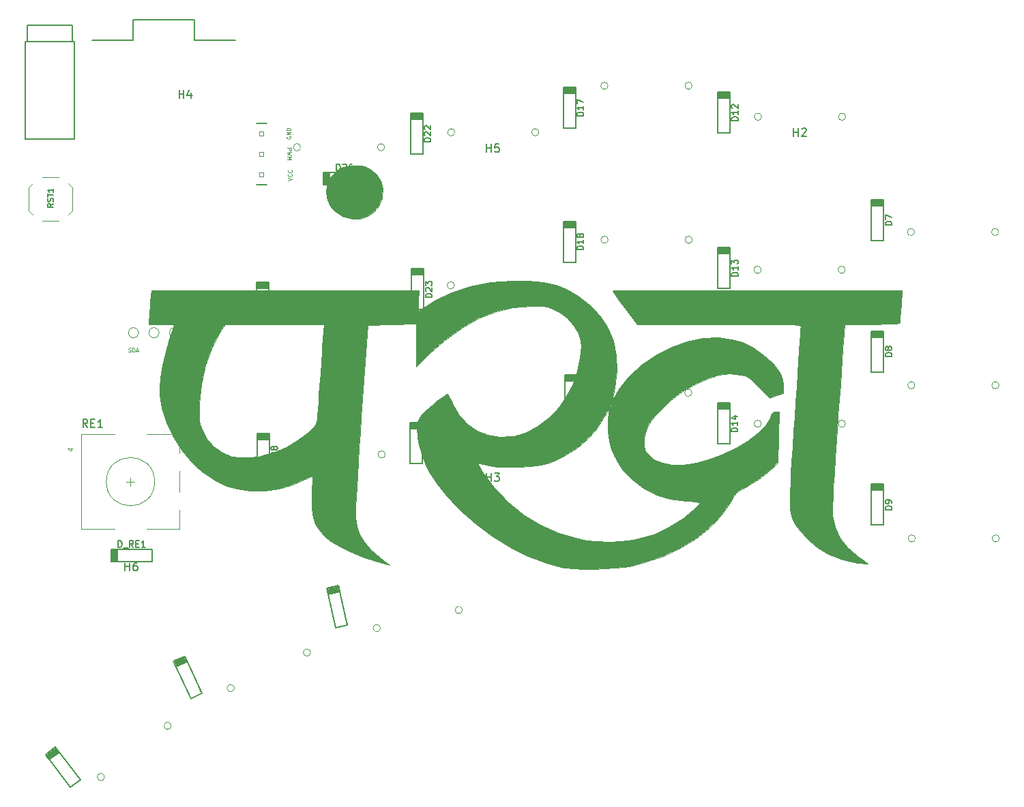
<source format=gbr>
%TF.GenerationSoftware,KiCad,Pcbnew,(5.1.7)-1*%
%TF.CreationDate,2021-07-11T12:46:22+05:30*%
%TF.ProjectId,Pankh,50616e6b-682e-46b6-9963-61645f706362,rev?*%
%TF.SameCoordinates,Original*%
%TF.FileFunction,Legend,Top*%
%TF.FilePolarity,Positive*%
%FSLAX46Y46*%
G04 Gerber Fmt 4.6, Leading zero omitted, Abs format (unit mm)*
G04 Created by KiCad (PCBNEW (5.1.7)-1) date 2021-07-11 12:46:22*
%MOMM*%
%LPD*%
G01*
G04 APERTURE LIST*
%ADD10C,0.125000*%
%ADD11C,0.010000*%
%ADD12C,0.150000*%
%ADD13C,0.120000*%
%ADD14C,0.066040*%
%ADD15C,0.203200*%
%ADD16C,0.100000*%
G04 APERTURE END LIST*
D10*
X123865167Y-68150892D02*
X124365167Y-67984226D01*
X123865167Y-67817559D01*
X124317548Y-67365178D02*
X124341357Y-67388987D01*
X124365167Y-67460416D01*
X124365167Y-67508035D01*
X124341357Y-67579464D01*
X124293738Y-67627083D01*
X124246119Y-67650892D01*
X124150881Y-67674702D01*
X124079453Y-67674702D01*
X123984215Y-67650892D01*
X123936596Y-67627083D01*
X123888977Y-67579464D01*
X123865167Y-67508035D01*
X123865167Y-67460416D01*
X123888977Y-67388987D01*
X123912786Y-67365178D01*
X124317548Y-66865178D02*
X124341357Y-66888987D01*
X124365167Y-66960416D01*
X124365167Y-67008035D01*
X124341357Y-67079464D01*
X124293738Y-67127083D01*
X124246119Y-67150892D01*
X124150881Y-67174702D01*
X124079453Y-67174702D01*
X123984215Y-67150892D01*
X123936596Y-67127083D01*
X123888977Y-67079464D01*
X123865167Y-67008035D01*
X123865167Y-66960416D01*
X123888977Y-66888987D01*
X123912786Y-66865178D01*
X123785787Y-64114848D02*
X124285787Y-64114848D01*
X124285787Y-64305324D01*
X124261978Y-64352943D01*
X124238168Y-64376752D01*
X124190549Y-64400562D01*
X124119120Y-64400562D01*
X124071501Y-64376752D01*
X124047692Y-64352943D01*
X124023882Y-64305324D01*
X124023882Y-64114848D01*
X124285787Y-64567229D02*
X123785787Y-64686276D01*
X124142930Y-64781514D01*
X123785787Y-64876752D01*
X124285787Y-64995800D01*
X123785787Y-65186276D02*
X124285787Y-65186276D01*
X123928644Y-65352943D01*
X124285787Y-65519609D01*
X123785787Y-65519609D01*
X123761977Y-62658179D02*
X123738167Y-62705798D01*
X123738167Y-62777227D01*
X123761977Y-62848655D01*
X123809596Y-62896274D01*
X123857215Y-62920084D01*
X123952453Y-62943893D01*
X124023881Y-62943893D01*
X124119119Y-62920084D01*
X124166738Y-62896274D01*
X124214357Y-62848655D01*
X124238167Y-62777227D01*
X124238167Y-62729607D01*
X124214357Y-62658179D01*
X124190548Y-62634369D01*
X124023881Y-62634369D01*
X124023881Y-62729607D01*
X124238167Y-62420084D02*
X123738167Y-62420084D01*
X124238167Y-62134369D01*
X123738167Y-62134369D01*
X124238167Y-61896274D02*
X123738167Y-61896274D01*
X123738167Y-61777227D01*
X123761977Y-61705798D01*
X123809596Y-61658179D01*
X123857215Y-61634369D01*
X123952453Y-61610560D01*
X124023881Y-61610560D01*
X124119119Y-61634369D01*
X124166738Y-61658179D01*
X124214357Y-61705798D01*
X124238167Y-61777227D01*
X124238167Y-61896274D01*
X104100835Y-89403608D02*
X104172263Y-89427418D01*
X104291311Y-89427418D01*
X104338930Y-89403608D01*
X104362739Y-89379799D01*
X104386549Y-89332180D01*
X104386549Y-89284561D01*
X104362739Y-89236942D01*
X104338930Y-89213132D01*
X104291311Y-89189323D01*
X104196073Y-89165513D01*
X104148454Y-89141704D01*
X104124644Y-89117894D01*
X104100835Y-89070275D01*
X104100835Y-89022656D01*
X104124644Y-88975037D01*
X104148454Y-88951228D01*
X104196073Y-88927418D01*
X104315120Y-88927418D01*
X104386549Y-88951228D01*
X104600835Y-89427418D02*
X104600835Y-88927418D01*
X104719882Y-88927418D01*
X104791311Y-88951228D01*
X104838930Y-88998847D01*
X104862739Y-89046466D01*
X104886549Y-89141704D01*
X104886549Y-89213132D01*
X104862739Y-89308370D01*
X104838930Y-89355989D01*
X104791311Y-89403608D01*
X104719882Y-89427418D01*
X104600835Y-89427418D01*
X105077025Y-89284561D02*
X105315120Y-89284561D01*
X105029406Y-89427418D02*
X105196073Y-88927418D01*
X105362739Y-89427418D01*
D11*
%TO.C,LOGO1*%
G36*
X132821030Y-66292968D02*
G01*
X133345781Y-66391404D01*
X133840152Y-66604632D01*
X134070996Y-66734445D01*
X134887151Y-67364617D01*
X135402924Y-68131687D01*
X135625508Y-69053658D01*
X135562097Y-70148528D01*
X135521291Y-70363310D01*
X135169281Y-71309637D01*
X134578172Y-72060199D01*
X133799593Y-72592933D01*
X132885172Y-72885776D01*
X131886540Y-72916664D01*
X130855324Y-72663533D01*
X130503797Y-72507521D01*
X129647479Y-71917052D01*
X129042746Y-71162009D01*
X128692988Y-70300414D01*
X128601595Y-69390287D01*
X128771957Y-68489648D01*
X129207464Y-67656518D01*
X129911505Y-66948918D01*
X130168809Y-66773979D01*
X130688357Y-66490926D01*
X131179913Y-66339277D01*
X131795139Y-66279981D01*
X132113115Y-66273344D01*
X132821030Y-66292968D01*
G37*
X132821030Y-66292968D02*
X133345781Y-66391404D01*
X133840152Y-66604632D01*
X134070996Y-66734445D01*
X134887151Y-67364617D01*
X135402924Y-68131687D01*
X135625508Y-69053658D01*
X135562097Y-70148528D01*
X135521291Y-70363310D01*
X135169281Y-71309637D01*
X134578172Y-72060199D01*
X133799593Y-72592933D01*
X132885172Y-72885776D01*
X131886540Y-72916664D01*
X130855324Y-72663533D01*
X130503797Y-72507521D01*
X129647479Y-71917052D01*
X129042746Y-71162009D01*
X128692988Y-70300414D01*
X128601595Y-69390287D01*
X128771957Y-68489648D01*
X129207464Y-67656518D01*
X129911505Y-66948918D01*
X130168809Y-66773979D01*
X130688357Y-66490926D01*
X131179913Y-66339277D01*
X131795139Y-66279981D01*
X132113115Y-66273344D01*
X132821030Y-66292968D01*
G36*
X199952193Y-83647057D02*
G01*
X199905736Y-84431068D01*
X199857652Y-85098697D01*
X199814085Y-85572104D01*
X199785169Y-85763723D01*
X199675034Y-85840301D01*
X199376172Y-85897585D01*
X198855499Y-85937601D01*
X198079933Y-85962374D01*
X197016391Y-85973931D01*
X196327912Y-85975390D01*
X192935931Y-85975390D01*
X192924728Y-86441057D01*
X192910605Y-86687898D01*
X192873650Y-87242623D01*
X192815993Y-88075369D01*
X192739768Y-89156274D01*
X192647108Y-90455477D01*
X192540143Y-91943116D01*
X192421007Y-93589328D01*
X192291833Y-95364252D01*
X192154752Y-97238026D01*
X192117613Y-97744057D01*
X191930867Y-100326465D01*
X191774177Y-102580254D01*
X191647053Y-104514090D01*
X191549007Y-106136639D01*
X191479551Y-107456568D01*
X191438195Y-108482543D01*
X191424450Y-109223232D01*
X191437830Y-109687301D01*
X191441806Y-109730368D01*
X191758865Y-111168154D01*
X192392471Y-112503897D01*
X193331393Y-113720732D01*
X194564399Y-114801794D01*
X195036517Y-115127569D01*
X195489802Y-115438936D01*
X195765979Y-115662135D01*
X195813581Y-115754797D01*
X195798517Y-115754888D01*
X195509670Y-115723079D01*
X195007036Y-115664602D01*
X194544598Y-115609522D01*
X192694278Y-115230045D01*
X190966389Y-114544071D01*
X189643795Y-113764056D01*
X189035671Y-113284791D01*
X188353364Y-112645227D01*
X187690699Y-111943013D01*
X187141501Y-111275793D01*
X186875517Y-110883043D01*
X186698896Y-110580727D01*
X186547832Y-110302367D01*
X186422110Y-110021609D01*
X186321509Y-109712102D01*
X186245813Y-109347493D01*
X186194804Y-108901429D01*
X186168263Y-108347558D01*
X186165973Y-107659526D01*
X186187716Y-106810982D01*
X186233274Y-105775573D01*
X186302428Y-104526947D01*
X186394961Y-103038750D01*
X186510656Y-101284630D01*
X186649293Y-99238234D01*
X186765167Y-97540168D01*
X186894624Y-95638958D01*
X187017042Y-93833187D01*
X187130484Y-92151940D01*
X187233014Y-90624300D01*
X187322694Y-89279351D01*
X187397588Y-88146178D01*
X187455758Y-87253864D01*
X187495269Y-86631493D01*
X187514183Y-86308148D01*
X187515577Y-86271723D01*
X187500490Y-86210135D01*
X187437751Y-86157697D01*
X187302276Y-86113677D01*
X187068981Y-86077344D01*
X186712781Y-86047965D01*
X186208592Y-86024809D01*
X185531330Y-86007142D01*
X184655912Y-85994233D01*
X183557253Y-85985351D01*
X182210268Y-85979761D01*
X180589875Y-85976734D01*
X178670988Y-85975535D01*
X177362480Y-85975390D01*
X167207695Y-85975390D01*
X165678480Y-83950297D01*
X165144465Y-83237323D01*
X164691725Y-82621813D01*
X164355894Y-82153089D01*
X164172601Y-81880469D01*
X164149264Y-81833630D01*
X164314928Y-81821211D01*
X164797240Y-81809288D01*
X165574184Y-81797973D01*
X166623741Y-81787380D01*
X167923893Y-81777619D01*
X169452624Y-81768804D01*
X171187915Y-81761047D01*
X173107749Y-81754460D01*
X175190108Y-81749155D01*
X177412975Y-81745245D01*
X179754331Y-81742842D01*
X182101603Y-81742057D01*
X200053942Y-81742057D01*
X199952193Y-83647057D01*
G37*
X199952193Y-83647057D02*
X199905736Y-84431068D01*
X199857652Y-85098697D01*
X199814085Y-85572104D01*
X199785169Y-85763723D01*
X199675034Y-85840301D01*
X199376172Y-85897585D01*
X198855499Y-85937601D01*
X198079933Y-85962374D01*
X197016391Y-85973931D01*
X196327912Y-85975390D01*
X192935931Y-85975390D01*
X192924728Y-86441057D01*
X192910605Y-86687898D01*
X192873650Y-87242623D01*
X192815993Y-88075369D01*
X192739768Y-89156274D01*
X192647108Y-90455477D01*
X192540143Y-91943116D01*
X192421007Y-93589328D01*
X192291833Y-95364252D01*
X192154752Y-97238026D01*
X192117613Y-97744057D01*
X191930867Y-100326465D01*
X191774177Y-102580254D01*
X191647053Y-104514090D01*
X191549007Y-106136639D01*
X191479551Y-107456568D01*
X191438195Y-108482543D01*
X191424450Y-109223232D01*
X191437830Y-109687301D01*
X191441806Y-109730368D01*
X191758865Y-111168154D01*
X192392471Y-112503897D01*
X193331393Y-113720732D01*
X194564399Y-114801794D01*
X195036517Y-115127569D01*
X195489802Y-115438936D01*
X195765979Y-115662135D01*
X195813581Y-115754797D01*
X195798517Y-115754888D01*
X195509670Y-115723079D01*
X195007036Y-115664602D01*
X194544598Y-115609522D01*
X192694278Y-115230045D01*
X190966389Y-114544071D01*
X189643795Y-113764056D01*
X189035671Y-113284791D01*
X188353364Y-112645227D01*
X187690699Y-111943013D01*
X187141501Y-111275793D01*
X186875517Y-110883043D01*
X186698896Y-110580727D01*
X186547832Y-110302367D01*
X186422110Y-110021609D01*
X186321509Y-109712102D01*
X186245813Y-109347493D01*
X186194804Y-108901429D01*
X186168263Y-108347558D01*
X186165973Y-107659526D01*
X186187716Y-106810982D01*
X186233274Y-105775573D01*
X186302428Y-104526947D01*
X186394961Y-103038750D01*
X186510656Y-101284630D01*
X186649293Y-99238234D01*
X186765167Y-97540168D01*
X186894624Y-95638958D01*
X187017042Y-93833187D01*
X187130484Y-92151940D01*
X187233014Y-90624300D01*
X187322694Y-89279351D01*
X187397588Y-88146178D01*
X187455758Y-87253864D01*
X187495269Y-86631493D01*
X187514183Y-86308148D01*
X187515577Y-86271723D01*
X187500490Y-86210135D01*
X187437751Y-86157697D01*
X187302276Y-86113677D01*
X187068981Y-86077344D01*
X186712781Y-86047965D01*
X186208592Y-86024809D01*
X185531330Y-86007142D01*
X184655912Y-85994233D01*
X183557253Y-85985351D01*
X182210268Y-85979761D01*
X180589875Y-85976734D01*
X178670988Y-85975535D01*
X177362480Y-85975390D01*
X167207695Y-85975390D01*
X165678480Y-83950297D01*
X165144465Y-83237323D01*
X164691725Y-82621813D01*
X164355894Y-82153089D01*
X164172601Y-81880469D01*
X164149264Y-81833630D01*
X164314928Y-81821211D01*
X164797240Y-81809288D01*
X165574184Y-81797973D01*
X166623741Y-81787380D01*
X167923893Y-81777619D01*
X169452624Y-81768804D01*
X171187915Y-81761047D01*
X173107749Y-81754460D01*
X175190108Y-81749155D01*
X177412975Y-81745245D01*
X179754331Y-81742842D01*
X182101603Y-81742057D01*
X200053942Y-81742057D01*
X199952193Y-83647057D01*
G36*
X153710590Y-80597129D02*
G01*
X155521505Y-80766918D01*
X157118823Y-81131706D01*
X158580970Y-81714985D01*
X159814534Y-82425294D01*
X161375578Y-83621367D01*
X162632846Y-84957803D01*
X163587530Y-86438266D01*
X164240819Y-88066418D01*
X164593905Y-89845923D01*
X164647978Y-91780443D01*
X164404229Y-93873642D01*
X164051052Y-95458057D01*
X164064526Y-95528188D01*
X164199943Y-95335429D01*
X164429865Y-94920830D01*
X164497449Y-94790162D01*
X164928843Y-94083290D01*
X165536094Y-93271073D01*
X166234974Y-92465082D01*
X166323113Y-92371866D01*
X167911680Y-90920006D01*
X169649376Y-89716001D01*
X171497296Y-88773868D01*
X173416535Y-88107623D01*
X175368189Y-87731282D01*
X177313354Y-87658861D01*
X178900485Y-87840629D01*
X180242830Y-88241419D01*
X181598219Y-88914512D01*
X182887439Y-89806353D01*
X184031279Y-90863384D01*
X184827424Y-91847900D01*
X185125248Y-92348739D01*
X185272352Y-92834371D01*
X185315514Y-93469479D01*
X185315931Y-93567648D01*
X185315931Y-94579554D01*
X184523766Y-94849472D01*
X184050946Y-95005594D01*
X183727614Y-95103061D01*
X183652743Y-95119390D01*
X183510702Y-95004893D01*
X183186346Y-94694606D01*
X182730552Y-94238333D01*
X182285908Y-93781360D01*
X181700269Y-93183700D01*
X181267055Y-92784521D01*
X180909965Y-92532541D01*
X180552702Y-92376480D01*
X180118964Y-92265058D01*
X179989896Y-92238220D01*
X178725848Y-92140849D01*
X177337298Y-92319796D01*
X175866579Y-92756661D01*
X174356025Y-93433040D01*
X172847972Y-94330532D01*
X171384754Y-95430735D01*
X170245264Y-96474057D01*
X169337032Y-97466319D01*
X168699589Y-98375087D01*
X168298510Y-99263637D01*
X168099374Y-100195244D01*
X168075798Y-100461851D01*
X168054791Y-101066836D01*
X168111242Y-101466108D01*
X168276970Y-101789532D01*
X168457468Y-102019533D01*
X169281878Y-102740986D01*
X170324861Y-103218895D01*
X171569495Y-103453102D01*
X172998856Y-103443451D01*
X174596024Y-103189784D01*
X176344076Y-102691943D01*
X177865264Y-102106919D01*
X179537268Y-101315176D01*
X180971831Y-100471655D01*
X182145375Y-99594576D01*
X183034319Y-98702154D01*
X183615083Y-97812609D01*
X183709885Y-97591426D01*
X183927818Y-97106338D01*
X184143286Y-96872958D01*
X184428218Y-96812723D01*
X184849162Y-96812723D01*
X184736289Y-99987723D01*
X184623415Y-103162723D01*
X183447588Y-104289050D01*
X182268750Y-105273201D01*
X181006868Y-106022742D01*
X180915807Y-106067050D01*
X180264503Y-106389630D01*
X179819979Y-106659584D01*
X179490242Y-106962565D01*
X179183302Y-107384223D01*
X178807165Y-108010211D01*
X178781458Y-108054302D01*
X177625268Y-109712517D01*
X176180162Y-111236246D01*
X174475669Y-112606273D01*
X172541321Y-113803380D01*
X170406646Y-114808353D01*
X168101175Y-115601975D01*
X166604598Y-115978227D01*
X165644581Y-116139593D01*
X164466905Y-116264565D01*
X163158767Y-116350703D01*
X161807367Y-116395572D01*
X160499904Y-116396735D01*
X159323576Y-116351753D01*
X158365583Y-116258190D01*
X158109214Y-116215666D01*
X155940682Y-115655603D01*
X153715676Y-114805494D01*
X151485345Y-113696406D01*
X149300837Y-112359403D01*
X147213300Y-110825551D01*
X145273883Y-109125917D01*
X143664126Y-107442215D01*
X142306696Y-105727977D01*
X141263129Y-104045208D01*
X140930645Y-103294673D01*
X147450870Y-103294673D01*
X147511243Y-103447160D01*
X147710554Y-103800456D01*
X147947427Y-104185301D01*
X149452705Y-106255070D01*
X151176999Y-108077051D01*
X153100268Y-109637885D01*
X155202474Y-110924211D01*
X157463578Y-111922670D01*
X159863540Y-112619901D01*
X160895595Y-112817656D01*
X162197630Y-112953699D01*
X163688454Y-112983850D01*
X165236481Y-112912007D01*
X166710123Y-112742071D01*
X167354989Y-112626274D01*
X169332092Y-112056661D01*
X171228704Y-111192269D01*
X172971503Y-110071130D01*
X174074948Y-109140464D01*
X174515979Y-108708222D01*
X174839676Y-108362133D01*
X174984186Y-108168866D01*
X174986598Y-108157812D01*
X174829160Y-108099802D01*
X174404002Y-108038252D01*
X173781855Y-107981681D01*
X173250344Y-107948747D01*
X171319429Y-107703198D01*
X169562168Y-107169434D01*
X167966135Y-106342205D01*
X166518904Y-105216260D01*
X166308040Y-105015576D01*
X165450161Y-104104528D01*
X164815476Y-103236589D01*
X164328158Y-102295867D01*
X164040052Y-101549101D01*
X163772895Y-100501660D01*
X163615977Y-99291398D01*
X163579781Y-98066427D01*
X163674789Y-96974860D01*
X163704843Y-96812723D01*
X163739007Y-96567220D01*
X163683387Y-96556487D01*
X163517968Y-96802734D01*
X163222736Y-97328170D01*
X163195836Y-97377553D01*
X162268880Y-98786133D01*
X161089597Y-100114641D01*
X159728452Y-101303754D01*
X158255911Y-102294151D01*
X156742440Y-103026513D01*
X156297366Y-103184954D01*
X155240797Y-103444077D01*
X153959359Y-103627558D01*
X152559342Y-103730685D01*
X151147033Y-103748744D01*
X149828720Y-103677021D01*
X148751373Y-103519568D01*
X148146593Y-103397525D01*
X147688581Y-103316779D01*
X147461172Y-103291829D01*
X147450870Y-103294673D01*
X140930645Y-103294673D01*
X140515491Y-102357527D01*
X140045845Y-100628559D01*
X139924084Y-99856867D01*
X139846057Y-98977241D01*
X139890475Y-98317326D01*
X140089494Y-97770424D01*
X140475270Y-97229836D01*
X140833434Y-96839548D01*
X141210764Y-96481767D01*
X141705013Y-96057574D01*
X142252852Y-95615511D01*
X142790953Y-95204119D01*
X143255989Y-94871941D01*
X143584632Y-94667520D01*
X143711698Y-94633297D01*
X143797015Y-94805347D01*
X143989763Y-95203321D01*
X144251393Y-95747554D01*
X144303709Y-95856743D01*
X145128678Y-97233519D01*
X146146810Y-98349638D01*
X147331314Y-99190859D01*
X148655401Y-99742943D01*
X150092280Y-99991650D01*
X151615163Y-99922740D01*
X151872598Y-99879901D01*
X153367296Y-99439344D01*
X154792083Y-98700722D01*
X156116120Y-97702375D01*
X157308573Y-96482642D01*
X157625721Y-96050723D01*
X163810598Y-96050723D01*
X163895264Y-96135390D01*
X163979931Y-96050723D01*
X163895264Y-95966057D01*
X163810598Y-96050723D01*
X157625721Y-96050723D01*
X158338603Y-95079863D01*
X159175375Y-93532378D01*
X159788051Y-91878527D01*
X160145796Y-90156648D01*
X160206877Y-89517730D01*
X160243745Y-88734395D01*
X160224222Y-88165374D01*
X160134081Y-87688950D01*
X159959094Y-87183404D01*
X159923710Y-87095224D01*
X159378170Y-86145082D01*
X158567510Y-85256937D01*
X157565136Y-84502523D01*
X156904857Y-84145134D01*
X156438856Y-83942311D01*
X156023431Y-83812684D01*
X155562437Y-83741776D01*
X154959733Y-83715108D01*
X154119176Y-83718201D01*
X154073931Y-83718812D01*
X151837869Y-83909636D01*
X149656620Y-84422128D01*
X147522899Y-85259664D01*
X145429419Y-86425619D01*
X143368895Y-87923371D01*
X141594061Y-89502146D01*
X139765264Y-91268992D01*
X139765264Y-85967575D01*
X136762619Y-86013816D01*
X133759973Y-86060057D01*
X132950737Y-97490057D01*
X132813820Y-99457553D01*
X132686673Y-101350467D01*
X132571098Y-103137678D01*
X132468896Y-104788066D01*
X132381867Y-106270510D01*
X132311813Y-107553890D01*
X132260534Y-108607085D01*
X132229831Y-109398974D01*
X132221505Y-109898438D01*
X132225628Y-110020690D01*
X132400931Y-111084418D01*
X132775347Y-112077322D01*
X133376906Y-113041672D01*
X134233638Y-114019742D01*
X135373571Y-115053804D01*
X135785931Y-115390020D01*
X136463264Y-115930900D01*
X135277931Y-115584219D01*
X133392672Y-114969805D01*
X131707172Y-114292544D01*
X130254785Y-113569350D01*
X129068862Y-112817136D01*
X128182757Y-112052815D01*
X128069489Y-111928774D01*
X127607797Y-111360992D01*
X127273727Y-110821837D01*
X127048909Y-110241131D01*
X126914974Y-109548696D01*
X126853552Y-108674354D01*
X126846276Y-107547927D01*
X126849955Y-107269664D01*
X126888647Y-104772605D01*
X126003289Y-105265633D01*
X124479482Y-105947611D01*
X122789554Y-106414754D01*
X121015490Y-106660141D01*
X119239272Y-106676849D01*
X117542881Y-106457957D01*
X116246251Y-106089431D01*
X114688274Y-105339961D01*
X113214467Y-104303193D01*
X111857337Y-103026532D01*
X110649396Y-101557384D01*
X109623150Y-99943153D01*
X108811110Y-98231245D01*
X108563454Y-97459273D01*
X112859228Y-97459273D01*
X112891996Y-97983566D01*
X112965952Y-98409916D01*
X113087977Y-98818354D01*
X113168445Y-99038964D01*
X113780964Y-100202552D01*
X114645833Y-101181086D01*
X115710943Y-101928366D01*
X116924184Y-102398192D01*
X116970064Y-102409372D01*
X117888819Y-102531784D01*
X119005713Y-102528116D01*
X120205896Y-102401648D01*
X120764736Y-102300999D01*
X122220595Y-101880808D01*
X123690012Y-101239989D01*
X125078830Y-100431427D01*
X126292891Y-99508007D01*
X127016736Y-98789456D01*
X127185244Y-98588744D01*
X127313273Y-98389211D01*
X127410319Y-98139026D01*
X127485876Y-97786361D01*
X127549441Y-97279388D01*
X127610509Y-96566278D01*
X127678577Y-95595201D01*
X127721899Y-94940555D01*
X127807713Y-93650838D01*
X127904155Y-92225154D01*
X128002250Y-90794722D01*
X128093022Y-89490761D01*
X128141092Y-88811723D01*
X128343648Y-85975390D01*
X116062846Y-85975390D01*
X115607486Y-86695057D01*
X114474586Y-88800681D01*
X113640372Y-91059922D01*
X113108773Y-93459626D01*
X112889739Y-95796723D01*
X112860769Y-96757003D01*
X112859228Y-97459273D01*
X108563454Y-97459273D01*
X108245784Y-96469065D01*
X107959682Y-94704019D01*
X107930597Y-93963376D01*
X108020082Y-92638021D01*
X108278895Y-91090266D01*
X108692578Y-89382170D01*
X109246671Y-87575792D01*
X109733437Y-86225721D01*
X109729488Y-86107977D01*
X109572505Y-86033171D01*
X109208470Y-85992374D01*
X108583362Y-85976659D01*
X108218727Y-85975390D01*
X106607955Y-85975390D01*
X106683895Y-84578390D01*
X106731618Y-83812711D01*
X106787645Y-83078408D01*
X106840893Y-82518770D01*
X106847592Y-82461723D01*
X106935349Y-81742057D01*
X140152324Y-81742057D01*
X140058932Y-83104617D01*
X140023329Y-83798669D01*
X140035985Y-84195827D01*
X140100199Y-84334869D01*
X140161735Y-84313020D01*
X142083170Y-83018494D01*
X144204073Y-81997654D01*
X146524434Y-81250505D01*
X149044243Y-80777049D01*
X151763489Y-80577289D01*
X153710590Y-80597129D01*
G37*
X153710590Y-80597129D02*
X155521505Y-80766918D01*
X157118823Y-81131706D01*
X158580970Y-81714985D01*
X159814534Y-82425294D01*
X161375578Y-83621367D01*
X162632846Y-84957803D01*
X163587530Y-86438266D01*
X164240819Y-88066418D01*
X164593905Y-89845923D01*
X164647978Y-91780443D01*
X164404229Y-93873642D01*
X164051052Y-95458057D01*
X164064526Y-95528188D01*
X164199943Y-95335429D01*
X164429865Y-94920830D01*
X164497449Y-94790162D01*
X164928843Y-94083290D01*
X165536094Y-93271073D01*
X166234974Y-92465082D01*
X166323113Y-92371866D01*
X167911680Y-90920006D01*
X169649376Y-89716001D01*
X171497296Y-88773868D01*
X173416535Y-88107623D01*
X175368189Y-87731282D01*
X177313354Y-87658861D01*
X178900485Y-87840629D01*
X180242830Y-88241419D01*
X181598219Y-88914512D01*
X182887439Y-89806353D01*
X184031279Y-90863384D01*
X184827424Y-91847900D01*
X185125248Y-92348739D01*
X185272352Y-92834371D01*
X185315514Y-93469479D01*
X185315931Y-93567648D01*
X185315931Y-94579554D01*
X184523766Y-94849472D01*
X184050946Y-95005594D01*
X183727614Y-95103061D01*
X183652743Y-95119390D01*
X183510702Y-95004893D01*
X183186346Y-94694606D01*
X182730552Y-94238333D01*
X182285908Y-93781360D01*
X181700269Y-93183700D01*
X181267055Y-92784521D01*
X180909965Y-92532541D01*
X180552702Y-92376480D01*
X180118964Y-92265058D01*
X179989896Y-92238220D01*
X178725848Y-92140849D01*
X177337298Y-92319796D01*
X175866579Y-92756661D01*
X174356025Y-93433040D01*
X172847972Y-94330532D01*
X171384754Y-95430735D01*
X170245264Y-96474057D01*
X169337032Y-97466319D01*
X168699589Y-98375087D01*
X168298510Y-99263637D01*
X168099374Y-100195244D01*
X168075798Y-100461851D01*
X168054791Y-101066836D01*
X168111242Y-101466108D01*
X168276970Y-101789532D01*
X168457468Y-102019533D01*
X169281878Y-102740986D01*
X170324861Y-103218895D01*
X171569495Y-103453102D01*
X172998856Y-103443451D01*
X174596024Y-103189784D01*
X176344076Y-102691943D01*
X177865264Y-102106919D01*
X179537268Y-101315176D01*
X180971831Y-100471655D01*
X182145375Y-99594576D01*
X183034319Y-98702154D01*
X183615083Y-97812609D01*
X183709885Y-97591426D01*
X183927818Y-97106338D01*
X184143286Y-96872958D01*
X184428218Y-96812723D01*
X184849162Y-96812723D01*
X184736289Y-99987723D01*
X184623415Y-103162723D01*
X183447588Y-104289050D01*
X182268750Y-105273201D01*
X181006868Y-106022742D01*
X180915807Y-106067050D01*
X180264503Y-106389630D01*
X179819979Y-106659584D01*
X179490242Y-106962565D01*
X179183302Y-107384223D01*
X178807165Y-108010211D01*
X178781458Y-108054302D01*
X177625268Y-109712517D01*
X176180162Y-111236246D01*
X174475669Y-112606273D01*
X172541321Y-113803380D01*
X170406646Y-114808353D01*
X168101175Y-115601975D01*
X166604598Y-115978227D01*
X165644581Y-116139593D01*
X164466905Y-116264565D01*
X163158767Y-116350703D01*
X161807367Y-116395572D01*
X160499904Y-116396735D01*
X159323576Y-116351753D01*
X158365583Y-116258190D01*
X158109214Y-116215666D01*
X155940682Y-115655603D01*
X153715676Y-114805494D01*
X151485345Y-113696406D01*
X149300837Y-112359403D01*
X147213300Y-110825551D01*
X145273883Y-109125917D01*
X143664126Y-107442215D01*
X142306696Y-105727977D01*
X141263129Y-104045208D01*
X140930645Y-103294673D01*
X147450870Y-103294673D01*
X147511243Y-103447160D01*
X147710554Y-103800456D01*
X147947427Y-104185301D01*
X149452705Y-106255070D01*
X151176999Y-108077051D01*
X153100268Y-109637885D01*
X155202474Y-110924211D01*
X157463578Y-111922670D01*
X159863540Y-112619901D01*
X160895595Y-112817656D01*
X162197630Y-112953699D01*
X163688454Y-112983850D01*
X165236481Y-112912007D01*
X166710123Y-112742071D01*
X167354989Y-112626274D01*
X169332092Y-112056661D01*
X171228704Y-111192269D01*
X172971503Y-110071130D01*
X174074948Y-109140464D01*
X174515979Y-108708222D01*
X174839676Y-108362133D01*
X174984186Y-108168866D01*
X174986598Y-108157812D01*
X174829160Y-108099802D01*
X174404002Y-108038252D01*
X173781855Y-107981681D01*
X173250344Y-107948747D01*
X171319429Y-107703198D01*
X169562168Y-107169434D01*
X167966135Y-106342205D01*
X166518904Y-105216260D01*
X166308040Y-105015576D01*
X165450161Y-104104528D01*
X164815476Y-103236589D01*
X164328158Y-102295867D01*
X164040052Y-101549101D01*
X163772895Y-100501660D01*
X163615977Y-99291398D01*
X163579781Y-98066427D01*
X163674789Y-96974860D01*
X163704843Y-96812723D01*
X163739007Y-96567220D01*
X163683387Y-96556487D01*
X163517968Y-96802734D01*
X163222736Y-97328170D01*
X163195836Y-97377553D01*
X162268880Y-98786133D01*
X161089597Y-100114641D01*
X159728452Y-101303754D01*
X158255911Y-102294151D01*
X156742440Y-103026513D01*
X156297366Y-103184954D01*
X155240797Y-103444077D01*
X153959359Y-103627558D01*
X152559342Y-103730685D01*
X151147033Y-103748744D01*
X149828720Y-103677021D01*
X148751373Y-103519568D01*
X148146593Y-103397525D01*
X147688581Y-103316779D01*
X147461172Y-103291829D01*
X147450870Y-103294673D01*
X140930645Y-103294673D01*
X140515491Y-102357527D01*
X140045845Y-100628559D01*
X139924084Y-99856867D01*
X139846057Y-98977241D01*
X139890475Y-98317326D01*
X140089494Y-97770424D01*
X140475270Y-97229836D01*
X140833434Y-96839548D01*
X141210764Y-96481767D01*
X141705013Y-96057574D01*
X142252852Y-95615511D01*
X142790953Y-95204119D01*
X143255989Y-94871941D01*
X143584632Y-94667520D01*
X143711698Y-94633297D01*
X143797015Y-94805347D01*
X143989763Y-95203321D01*
X144251393Y-95747554D01*
X144303709Y-95856743D01*
X145128678Y-97233519D01*
X146146810Y-98349638D01*
X147331314Y-99190859D01*
X148655401Y-99742943D01*
X150092280Y-99991650D01*
X151615163Y-99922740D01*
X151872598Y-99879901D01*
X153367296Y-99439344D01*
X154792083Y-98700722D01*
X156116120Y-97702375D01*
X157308573Y-96482642D01*
X157625721Y-96050723D01*
X163810598Y-96050723D01*
X163895264Y-96135390D01*
X163979931Y-96050723D01*
X163895264Y-95966057D01*
X163810598Y-96050723D01*
X157625721Y-96050723D01*
X158338603Y-95079863D01*
X159175375Y-93532378D01*
X159788051Y-91878527D01*
X160145796Y-90156648D01*
X160206877Y-89517730D01*
X160243745Y-88734395D01*
X160224222Y-88165374D01*
X160134081Y-87688950D01*
X159959094Y-87183404D01*
X159923710Y-87095224D01*
X159378170Y-86145082D01*
X158567510Y-85256937D01*
X157565136Y-84502523D01*
X156904857Y-84145134D01*
X156438856Y-83942311D01*
X156023431Y-83812684D01*
X155562437Y-83741776D01*
X154959733Y-83715108D01*
X154119176Y-83718201D01*
X154073931Y-83718812D01*
X151837869Y-83909636D01*
X149656620Y-84422128D01*
X147522899Y-85259664D01*
X145429419Y-86425619D01*
X143368895Y-87923371D01*
X141594061Y-89502146D01*
X139765264Y-91268992D01*
X139765264Y-85967575D01*
X136762619Y-86013816D01*
X133759973Y-86060057D01*
X132950737Y-97490057D01*
X132813820Y-99457553D01*
X132686673Y-101350467D01*
X132571098Y-103137678D01*
X132468896Y-104788066D01*
X132381867Y-106270510D01*
X132311813Y-107553890D01*
X132260534Y-108607085D01*
X132229831Y-109398974D01*
X132221505Y-109898438D01*
X132225628Y-110020690D01*
X132400931Y-111084418D01*
X132775347Y-112077322D01*
X133376906Y-113041672D01*
X134233638Y-114019742D01*
X135373571Y-115053804D01*
X135785931Y-115390020D01*
X136463264Y-115930900D01*
X135277931Y-115584219D01*
X133392672Y-114969805D01*
X131707172Y-114292544D01*
X130254785Y-113569350D01*
X129068862Y-112817136D01*
X128182757Y-112052815D01*
X128069489Y-111928774D01*
X127607797Y-111360992D01*
X127273727Y-110821837D01*
X127048909Y-110241131D01*
X126914974Y-109548696D01*
X126853552Y-108674354D01*
X126846276Y-107547927D01*
X126849955Y-107269664D01*
X126888647Y-104772605D01*
X126003289Y-105265633D01*
X124479482Y-105947611D01*
X122789554Y-106414754D01*
X121015490Y-106660141D01*
X119239272Y-106676849D01*
X117542881Y-106457957D01*
X116246251Y-106089431D01*
X114688274Y-105339961D01*
X113214467Y-104303193D01*
X111857337Y-103026532D01*
X110649396Y-101557384D01*
X109623150Y-99943153D01*
X108811110Y-98231245D01*
X108563454Y-97459273D01*
X112859228Y-97459273D01*
X112891996Y-97983566D01*
X112965952Y-98409916D01*
X113087977Y-98818354D01*
X113168445Y-99038964D01*
X113780964Y-100202552D01*
X114645833Y-101181086D01*
X115710943Y-101928366D01*
X116924184Y-102398192D01*
X116970064Y-102409372D01*
X117888819Y-102531784D01*
X119005713Y-102528116D01*
X120205896Y-102401648D01*
X120764736Y-102300999D01*
X122220595Y-101880808D01*
X123690012Y-101239989D01*
X125078830Y-100431427D01*
X126292891Y-99508007D01*
X127016736Y-98789456D01*
X127185244Y-98588744D01*
X127313273Y-98389211D01*
X127410319Y-98139026D01*
X127485876Y-97786361D01*
X127549441Y-97279388D01*
X127610509Y-96566278D01*
X127678577Y-95595201D01*
X127721899Y-94940555D01*
X127807713Y-93650838D01*
X127904155Y-92225154D01*
X128002250Y-90794722D01*
X128093022Y-89490761D01*
X128141092Y-88811723D01*
X128343648Y-85975390D01*
X116062846Y-85975390D01*
X115607486Y-86695057D01*
X114474586Y-88800681D01*
X113640372Y-91059922D01*
X113108773Y-93459626D01*
X112889739Y-95796723D01*
X112860769Y-96757003D01*
X112859228Y-97459273D01*
X108563454Y-97459273D01*
X108245784Y-96469065D01*
X107959682Y-94704019D01*
X107930597Y-93963376D01*
X108020082Y-92638021D01*
X108278895Y-91090266D01*
X108692578Y-89382170D01*
X109246671Y-87575792D01*
X109733437Y-86225721D01*
X109729488Y-86107977D01*
X109572505Y-86033171D01*
X109208470Y-85992374D01*
X108583362Y-85976659D01*
X108218727Y-85975390D01*
X106607955Y-85975390D01*
X106683895Y-84578390D01*
X106731618Y-83812711D01*
X106787645Y-83078408D01*
X106840893Y-82518770D01*
X106847592Y-82461723D01*
X106935349Y-81742057D01*
X140152324Y-81742057D01*
X140058932Y-83104617D01*
X140023329Y-83798669D01*
X140035985Y-84195827D01*
X140100199Y-84334869D01*
X140161735Y-84313020D01*
X142083170Y-83018494D01*
X144204073Y-81997654D01*
X146524434Y-81250505D01*
X149044243Y-80777049D01*
X151763489Y-80577289D01*
X153710590Y-80597129D01*
D12*
%TO.C,U1*%
X112277177Y-50732930D02*
X117357177Y-50732930D01*
X112277177Y-48192930D02*
X112277177Y-50732930D01*
X104657177Y-48192930D02*
X112277177Y-48192930D01*
X104657177Y-50732930D02*
X104657177Y-48192930D01*
X99577177Y-50732930D02*
X104657177Y-50732930D01*
D13*
%TO.C,RE1*%
X107333977Y-105544227D02*
G75*
G03*
X107333977Y-105544227I-3000000J0D01*
G01*
X106333977Y-99644227D02*
X110433977Y-99644227D01*
X110433977Y-111444227D02*
X106333977Y-111444227D01*
X102333977Y-111444227D02*
X98233977Y-111444227D01*
X102333977Y-99644227D02*
X98233977Y-99644227D01*
X98233977Y-99644227D02*
X98233977Y-111444227D01*
X96833977Y-101744227D02*
X96533977Y-101444227D01*
X96533977Y-101444227D02*
X97133977Y-101444227D01*
X97133977Y-101444227D02*
X96833977Y-101744227D01*
X110433977Y-99644227D02*
X110433977Y-102044227D01*
X110433977Y-104244227D02*
X110433977Y-106844227D01*
X110433977Y-109044227D02*
X110433977Y-111444227D01*
X104333977Y-105044227D02*
X104333977Y-106044227D01*
X103833977Y-105544227D02*
X104833977Y-105544227D01*
D12*
%TO.C,D_RE1*%
X106993978Y-113966228D02*
X101913978Y-113966228D01*
X101913978Y-113966228D02*
X101913978Y-115490228D01*
X101913978Y-115490228D02*
X106993978Y-115490228D01*
X106993978Y-115490228D02*
X106993978Y-113966228D01*
X106993978Y-113966228D02*
X106485978Y-113966228D01*
X102294978Y-113966228D02*
X102294978Y-115490228D01*
X102167978Y-115490228D02*
X102167978Y-113966228D01*
X102040978Y-113966228D02*
X102040978Y-115490228D01*
X102421978Y-115490228D02*
X102421978Y-113966228D01*
X102548978Y-113966228D02*
X102548978Y-115490228D01*
X102675978Y-113966228D02*
X102675978Y-115490228D01*
D14*
%TO.C,PWM_PAD2*%
X120328978Y-67103228D02*
X120328978Y-67611228D01*
X120328978Y-67611228D02*
X120836978Y-67611228D01*
X120836978Y-67103228D02*
X120836978Y-67611228D01*
X120328978Y-67103228D02*
X120836978Y-67103228D01*
X120328978Y-64563228D02*
X120328978Y-65071228D01*
X120328978Y-65071228D02*
X120836978Y-65071228D01*
X120836978Y-64563228D02*
X120836978Y-65071228D01*
X120328978Y-64563228D02*
X120836978Y-64563228D01*
X120328978Y-62023228D02*
X120328978Y-62531228D01*
X120328978Y-62531228D02*
X120836978Y-62531228D01*
X120836978Y-62023228D02*
X120836978Y-62531228D01*
X120328978Y-62023228D02*
X120836978Y-62023228D01*
D13*
%TO.C,RST1*%
X95460978Y-73125228D02*
X93380978Y-73125228D01*
X91700978Y-68955228D02*
X92190978Y-68465228D01*
X95460978Y-67685228D02*
X93380978Y-67685228D01*
X91700978Y-71855228D02*
X92190978Y-72345228D01*
X91700978Y-71855228D02*
X91700978Y-68955228D01*
X97140978Y-71855228D02*
X96650978Y-72345228D01*
X97140978Y-71855228D02*
X97140978Y-68955228D01*
X97140978Y-68955228D02*
X96650978Y-68465228D01*
D15*
%TO.C,PWM_PAD1*%
X119947978Y-61007228D02*
X121217978Y-61007228D01*
X119947978Y-68627228D02*
X121217978Y-68627228D01*
D12*
%TO.C,J1*%
X97343978Y-50847228D02*
X91243978Y-50847228D01*
X97343978Y-62947228D02*
X91243978Y-62947228D01*
X97343978Y-50847228D02*
X97343978Y-62947228D01*
X91243978Y-50847228D02*
X91243978Y-62947228D01*
X97093978Y-50847228D02*
X97093978Y-48847228D01*
X91493978Y-50847228D02*
X91493978Y-48847228D01*
X97093978Y-48847228D02*
X91493978Y-48847228D01*
%TO.C,D8*%
X197808398Y-91902120D02*
X197808398Y-86822120D01*
X197808398Y-86822120D02*
X196284398Y-86822120D01*
X196284398Y-86822120D02*
X196284398Y-91902120D01*
X196284398Y-91902120D02*
X197808398Y-91902120D01*
X197808398Y-91902120D02*
X197808398Y-91394120D01*
X197808398Y-87203120D02*
X196284398Y-87203120D01*
X196284398Y-87076120D02*
X197808398Y-87076120D01*
X197808398Y-86949120D02*
X196284398Y-86949120D01*
X196284398Y-87330120D02*
X197808398Y-87330120D01*
X197808398Y-87457120D02*
X196284398Y-87457120D01*
X197808398Y-87584120D02*
X196284398Y-87584120D01*
%TO.C,D28*%
X121580223Y-104664868D02*
X121580223Y-99584868D01*
X121580223Y-99584868D02*
X120056223Y-99584868D01*
X120056223Y-99584868D02*
X120056223Y-104664868D01*
X120056223Y-104664868D02*
X121580223Y-104664868D01*
X121580223Y-104664868D02*
X121580223Y-104156868D01*
X121580223Y-99965868D02*
X120056223Y-99965868D01*
X120056223Y-99838868D02*
X121580223Y-99838868D01*
X121580223Y-99711868D02*
X120056223Y-99711868D01*
X120056223Y-100092868D02*
X121580223Y-100092868D01*
X121580223Y-100219868D02*
X120056223Y-100219868D01*
X121580223Y-100346868D02*
X120056223Y-100346868D01*
%TO.C,D27*%
X121488056Y-85811088D02*
X121488056Y-80731088D01*
X121488056Y-80731088D02*
X119964056Y-80731088D01*
X119964056Y-80731088D02*
X119964056Y-85811088D01*
X119964056Y-85811088D02*
X121488056Y-85811088D01*
X121488056Y-85811088D02*
X121488056Y-85303088D01*
X121488056Y-81112088D02*
X119964056Y-81112088D01*
X119964056Y-80985088D02*
X121488056Y-80985088D01*
X121488056Y-80858088D02*
X119964056Y-80858088D01*
X119964056Y-81239088D02*
X121488056Y-81239088D01*
X121488056Y-81366088D02*
X119964056Y-81366088D01*
X121488056Y-81493088D02*
X119964056Y-81493088D01*
%TO.C,D26*%
X133384578Y-67154029D02*
X128304578Y-67154029D01*
X128304578Y-67154029D02*
X128304578Y-68678029D01*
X128304578Y-68678029D02*
X133384578Y-68678029D01*
X133384578Y-68678029D02*
X133384578Y-67154029D01*
X133384578Y-67154029D02*
X132876578Y-67154029D01*
X128685578Y-67154029D02*
X128685578Y-68678029D01*
X128558578Y-68678029D02*
X128558578Y-67154029D01*
X128431578Y-67154029D02*
X128431578Y-68678029D01*
X128812578Y-68678029D02*
X128812578Y-67154029D01*
X128939578Y-67154029D02*
X128939578Y-68678029D01*
X129066578Y-67154029D02*
X129066578Y-68678029D01*
%TO.C,D24*%
X140592586Y-103256388D02*
X140592586Y-98176388D01*
X140592586Y-98176388D02*
X139068586Y-98176388D01*
X139068586Y-98176388D02*
X139068586Y-103256388D01*
X139068586Y-103256388D02*
X140592586Y-103256388D01*
X140592586Y-103256388D02*
X140592586Y-102748388D01*
X140592586Y-98557388D02*
X139068586Y-98557388D01*
X139068586Y-98430388D02*
X140592586Y-98430388D01*
X140592586Y-98303388D02*
X139068586Y-98303388D01*
X139068586Y-98684388D02*
X140592586Y-98684388D01*
X140592586Y-98811388D02*
X139068586Y-98811388D01*
X140592586Y-98938388D02*
X139068586Y-98938388D01*
%TO.C,D23*%
X140754325Y-84179468D02*
X140754325Y-79099468D01*
X140754325Y-79099468D02*
X139230325Y-79099468D01*
X139230325Y-79099468D02*
X139230325Y-84179468D01*
X139230325Y-84179468D02*
X140754325Y-84179468D01*
X140754325Y-84179468D02*
X140754325Y-83671468D01*
X140754325Y-79480468D02*
X139230325Y-79480468D01*
X139230325Y-79353468D02*
X140754325Y-79353468D01*
X140754325Y-79226468D02*
X139230325Y-79226468D01*
X139230325Y-79607468D02*
X140754325Y-79607468D01*
X140754325Y-79734468D02*
X139230325Y-79734468D01*
X140754325Y-79861468D02*
X139230325Y-79861468D01*
%TO.C,D22*%
X140602369Y-64824384D02*
X140602369Y-59744384D01*
X140602369Y-59744384D02*
X139078369Y-59744384D01*
X139078369Y-59744384D02*
X139078369Y-64824384D01*
X139078369Y-64824384D02*
X140602369Y-64824384D01*
X140602369Y-64824384D02*
X140602369Y-64316384D01*
X140602369Y-60125384D02*
X139078369Y-60125384D01*
X139078369Y-59998384D02*
X140602369Y-59998384D01*
X140602369Y-59871384D02*
X139078369Y-59871384D01*
X139078369Y-60252384D02*
X140602369Y-60252384D01*
X140602369Y-60379384D02*
X139078369Y-60379384D01*
X140602369Y-60506384D02*
X139078369Y-60506384D01*
%TO.C,D20*%
X95235196Y-138840504D02*
X94026126Y-139768256D01*
X96886696Y-143496224D02*
X98095766Y-142568471D01*
X98095766Y-142568471D02*
X95003258Y-138538236D01*
X98095766Y-142568471D02*
X97786515Y-142165448D01*
X93948813Y-139667500D02*
X95157884Y-138739748D01*
X94103439Y-139869012D02*
X95312509Y-138941260D01*
X95003258Y-138538236D02*
X93794188Y-139465989D01*
X93794188Y-139465989D02*
X96886696Y-143496224D01*
X95467134Y-139142772D02*
X94258064Y-140070524D01*
X95080571Y-138638992D02*
X93871500Y-139566745D01*
X95389822Y-139042016D02*
X94180751Y-139969768D01*
%TO.C,D19*%
X159777380Y-97384215D02*
X159777380Y-92304215D01*
X159777380Y-92304215D02*
X158253380Y-92304215D01*
X158253380Y-92304215D02*
X158253380Y-97384215D01*
X158253380Y-97384215D02*
X159777380Y-97384215D01*
X159777380Y-97384215D02*
X159777380Y-96876215D01*
X159777380Y-92685215D02*
X158253380Y-92685215D01*
X158253380Y-92558215D02*
X159777380Y-92558215D01*
X159777380Y-92431215D02*
X158253380Y-92431215D01*
X158253380Y-92812215D02*
X159777380Y-92812215D01*
X159777380Y-92939215D02*
X158253380Y-92939215D01*
X159777380Y-93066215D02*
X158253380Y-93066215D01*
%TO.C,D18*%
X159571978Y-78279226D02*
X159571978Y-73199226D01*
X159571978Y-73199226D02*
X158047978Y-73199226D01*
X158047978Y-73199226D02*
X158047978Y-78279226D01*
X158047978Y-78279226D02*
X159571978Y-78279226D01*
X159571978Y-78279226D02*
X159571978Y-77771226D01*
X159571978Y-73580226D02*
X158047978Y-73580226D01*
X158047978Y-73453226D02*
X159571978Y-73453226D01*
X159571978Y-73326226D02*
X158047978Y-73326226D01*
X158047978Y-73707226D02*
X159571978Y-73707226D01*
X159571978Y-73834226D02*
X158047978Y-73834226D01*
X159571978Y-73961226D02*
X158047978Y-73961226D01*
%TO.C,D17*%
X159571976Y-61642229D02*
X159571976Y-56562229D01*
X159571976Y-56562229D02*
X158047976Y-56562229D01*
X158047976Y-56562229D02*
X158047976Y-61642229D01*
X158047976Y-61642229D02*
X159571976Y-61642229D01*
X159571976Y-61642229D02*
X159571976Y-61134229D01*
X159571976Y-56943229D02*
X158047976Y-56943229D01*
X158047976Y-56816229D02*
X159571976Y-56816229D01*
X159571976Y-56689229D02*
X158047976Y-56689229D01*
X158047976Y-57070229D02*
X159571976Y-57070229D01*
X159571976Y-57197229D02*
X158047976Y-57197229D01*
X159571976Y-57324229D02*
X158047976Y-57324229D01*
%TO.C,D15*%
X111217149Y-127562474D02*
X109835936Y-128206545D01*
X111821819Y-132465285D02*
X113203032Y-131821215D01*
X113203032Y-131821215D02*
X111056131Y-127217171D01*
X113203032Y-131821215D02*
X112988342Y-131360810D01*
X109782263Y-128091444D02*
X111163476Y-127447373D01*
X109889608Y-128321646D02*
X111270821Y-127677575D01*
X111056131Y-127217171D02*
X109674918Y-127861241D01*
X109674918Y-127861241D02*
X111821819Y-132465285D01*
X111378166Y-127907778D02*
X109996953Y-128551848D01*
X111109804Y-127332272D02*
X109728591Y-127976342D01*
X111324494Y-127792677D02*
X109943281Y-128436747D01*
%TO.C,D14*%
X178701387Y-100850187D02*
X178701387Y-95770187D01*
X178701387Y-95770187D02*
X177177387Y-95770187D01*
X177177387Y-95770187D02*
X177177387Y-100850187D01*
X177177387Y-100850187D02*
X178701387Y-100850187D01*
X178701387Y-100850187D02*
X178701387Y-100342187D01*
X178701387Y-96151187D02*
X177177387Y-96151187D01*
X177177387Y-96024187D02*
X178701387Y-96024187D01*
X178701387Y-95897187D02*
X177177387Y-95897187D01*
X177177387Y-96278187D02*
X178701387Y-96278187D01*
X178701387Y-96405187D02*
X177177387Y-96405187D01*
X178701387Y-96532187D02*
X177177387Y-96532187D01*
%TO.C,D13*%
X178730541Y-81543627D02*
X178730541Y-76463627D01*
X178730541Y-76463627D02*
X177206541Y-76463627D01*
X177206541Y-76463627D02*
X177206541Y-81543627D01*
X177206541Y-81543627D02*
X178730541Y-81543627D01*
X178730541Y-81543627D02*
X178730541Y-81035627D01*
X178730541Y-76844627D02*
X177206541Y-76844627D01*
X177206541Y-76717627D02*
X178730541Y-76717627D01*
X178730541Y-76590627D02*
X177206541Y-76590627D01*
X177206541Y-76971627D02*
X178730541Y-76971627D01*
X178730541Y-77098627D02*
X177206541Y-77098627D01*
X178730541Y-77225627D02*
X177206541Y-77225627D01*
%TO.C,D12*%
X178730541Y-62201029D02*
X178730541Y-57121029D01*
X178730541Y-57121029D02*
X177206541Y-57121029D01*
X177206541Y-57121029D02*
X177206541Y-62201029D01*
X177206541Y-62201029D02*
X178730541Y-62201029D01*
X178730541Y-62201029D02*
X178730541Y-61693029D01*
X178730541Y-57502029D02*
X177206541Y-57502029D01*
X177206541Y-57375029D02*
X178730541Y-57375029D01*
X178730541Y-57248029D02*
X177206541Y-57248029D01*
X177206541Y-57629029D02*
X178730541Y-57629029D01*
X178730541Y-57756029D02*
X177206541Y-57756029D01*
X178730541Y-57883029D02*
X177206541Y-57883029D01*
%TO.C,D10*%
X130257621Y-118805476D02*
X128769746Y-119135330D01*
X129786796Y-123722945D02*
X131274671Y-123393091D01*
X131274671Y-123393091D02*
X130175158Y-118433507D01*
X131274671Y-123393091D02*
X131164720Y-122897133D01*
X128742258Y-119011340D02*
X130230134Y-118681486D01*
X128797234Y-119259319D02*
X130285109Y-118929466D01*
X130175158Y-118433507D02*
X128687283Y-118763361D01*
X128687283Y-118763361D02*
X129786796Y-123722945D01*
X130340085Y-119177445D02*
X128852210Y-119507299D01*
X130202646Y-118557497D02*
X128714771Y-118887351D01*
X130312597Y-119053455D02*
X128824722Y-119383309D01*
%TO.C,D9*%
X197808397Y-110937019D02*
X197808397Y-105857019D01*
X197808397Y-105857019D02*
X196284397Y-105857019D01*
X196284397Y-105857019D02*
X196284397Y-110937019D01*
X196284397Y-110937019D02*
X197808397Y-110937019D01*
X197808397Y-110937019D02*
X197808397Y-110429019D01*
X197808397Y-106238019D02*
X196284397Y-106238019D01*
X196284397Y-106111019D02*
X197808397Y-106111019D01*
X197808397Y-105984019D02*
X196284397Y-105984019D01*
X196284397Y-106365019D02*
X197808397Y-106365019D01*
X197808397Y-106492019D02*
X196284397Y-106492019D01*
X197808397Y-106619019D02*
X196284397Y-106619019D01*
%TO.C,D7*%
X197808398Y-75597700D02*
X197808398Y-70517700D01*
X197808398Y-70517700D02*
X196284398Y-70517700D01*
X196284398Y-70517700D02*
X196284398Y-75597700D01*
X196284398Y-75597700D02*
X197808398Y-75597700D01*
X197808398Y-75597700D02*
X197808398Y-75089700D01*
X197808398Y-70898700D02*
X196284398Y-70898700D01*
X196284398Y-70771700D02*
X197808398Y-70771700D01*
X197808398Y-70644700D02*
X196284398Y-70644700D01*
X196284398Y-71025700D02*
X197808398Y-71025700D01*
X197808398Y-71152700D02*
X196284398Y-71152700D01*
X197808398Y-71279700D02*
X196284398Y-71279700D01*
%TD*%
D16*
%TO.C,SW10*%
X145536921Y-121487446D02*
G75*
G03*
X145536921Y-121487446I-450000J0D01*
G01*
X135344390Y-123747076D02*
G75*
G03*
X135344390Y-123747076I-450000J0D01*
G01*
%TD*%
%TO.C,SW13*%
X193052028Y-79223131D02*
G75*
G03*
X193052028Y-79223131I-450000J0D01*
G01*
X182612028Y-79223131D02*
G75*
G03*
X182612028Y-79223131I-450000J0D01*
G01*
%TD*%
%TO.C,SW8*%
X212129757Y-93562119D02*
G75*
G03*
X212129757Y-93562119I-450000J0D01*
G01*
X201689757Y-93562119D02*
G75*
G03*
X201689757Y-93562119I-450000J0D01*
G01*
%TD*%
%TO.C,SW7*%
X212086110Y-74527218D02*
G75*
G03*
X212086110Y-74527218I-450000J0D01*
G01*
X201646110Y-74527218D02*
G75*
G03*
X201646110Y-74527218I-450000J0D01*
G01*
%TD*%
%TO.C,SW12*%
X193098938Y-60212502D02*
G75*
G03*
X193098938Y-60212502I-450000J0D01*
G01*
X182658938Y-60212502D02*
G75*
G03*
X182658938Y-60212502I-450000J0D01*
G01*
%TD*%
%TO.C,SW22*%
X155020904Y-62141666D02*
G75*
G03*
X155020904Y-62141666I-450000J0D01*
G01*
X144580904Y-62141666D02*
G75*
G03*
X144580904Y-62141666I-450000J0D01*
G01*
%TD*%
%TO.C,SW26*%
X135887209Y-64002919D02*
G75*
G03*
X135887209Y-64002919I-450000J0D01*
G01*
X125447209Y-64002919D02*
G75*
G03*
X125447209Y-64002919I-450000J0D01*
G01*
%TD*%
%TO.C,SW28*%
X135950231Y-102163263D02*
G75*
G03*
X135950231Y-102163263I-450000J0D01*
G01*
X125510231Y-102163263D02*
G75*
G03*
X125510231Y-102163263I-450000J0D01*
G01*
%TD*%
%TO.C,SW27*%
X135930853Y-83037813D02*
G75*
G03*
X135930853Y-83037813I-450000J0D01*
G01*
X125490853Y-83037813D02*
G75*
G03*
X125490853Y-83037813I-450000J0D01*
G01*
%TD*%
%TO.C,SW24*%
X155017636Y-100187188D02*
G75*
G03*
X155017636Y-100187188I-450000J0D01*
G01*
X144577636Y-100187188D02*
G75*
G03*
X144577636Y-100187188I-450000J0D01*
G01*
%TD*%
%TO.C,SW23*%
X154973992Y-81152291D02*
G75*
G03*
X154973992Y-81152291I-450000J0D01*
G01*
X144533992Y-81152291D02*
G75*
G03*
X144533992Y-81152291I-450000J0D01*
G01*
%TD*%
%TO.C,SW20*%
X109395534Y-135880426D02*
G75*
G03*
X109395534Y-135880426I-450000J0D01*
G01*
X101112926Y-142235896D02*
G75*
G03*
X101112926Y-142235896I-450000J0D01*
G01*
%TD*%
%TO.C,SW19*%
X174010969Y-94503093D02*
G75*
G03*
X174010969Y-94503093I-450000J0D01*
G01*
X163570969Y-94503093D02*
G75*
G03*
X163570969Y-94503093I-450000J0D01*
G01*
%TD*%
%TO.C,SW18*%
X174057883Y-75492465D02*
G75*
G03*
X174057883Y-75492465I-450000J0D01*
G01*
X163617883Y-75492465D02*
G75*
G03*
X163617883Y-75492465I-450000J0D01*
G01*
%TD*%
%TO.C,SW17*%
X174038502Y-56367014D02*
G75*
G03*
X174038502Y-56367014I-450000J0D01*
G01*
X163598502Y-56367014D02*
G75*
G03*
X163598502Y-56367014I-450000J0D01*
G01*
%TD*%
%TO.C,SW15*%
X126686740Y-126773182D02*
G75*
G03*
X126686740Y-126773182I-450000J0D01*
G01*
X117224887Y-131185317D02*
G75*
G03*
X117224887Y-131185317I-450000J0D01*
G01*
%TD*%
%TO.C,SW14*%
X193071400Y-98348575D02*
G75*
G03*
X193071400Y-98348575I-450000J0D01*
G01*
X182631400Y-98348575D02*
G75*
G03*
X182631400Y-98348575I-450000J0D01*
G01*
%TD*%
%TO.C,SW9*%
X212173400Y-112597020D02*
G75*
G03*
X212173400Y-112597020I-450000J0D01*
G01*
X201733400Y-112597020D02*
G75*
G03*
X201733400Y-112597020I-450000J0D01*
G01*
%TD*%
%TO.C,J3*%
X105356477Y-87042227D02*
G75*
G03*
X105356477Y-87042227I-648500J0D01*
G01*
X107896477Y-87042227D02*
G75*
G03*
X107896477Y-87042227I-648500J0D01*
G01*
X110436477Y-87042227D02*
G75*
G03*
X110436477Y-87042227I-648500J0D01*
G01*
X112976477Y-87042227D02*
G75*
G03*
X112976477Y-87042227I-648500J0D01*
G01*
%TD*%
%TO.C,H6*%
D12*
X103658026Y-116609104D02*
X103658026Y-115609104D01*
X103658026Y-116085295D02*
X104229454Y-116085295D01*
X104229454Y-116609104D02*
X104229454Y-115609104D01*
X105134216Y-115609104D02*
X104943740Y-115609104D01*
X104848502Y-115656724D01*
X104800883Y-115704343D01*
X104705645Y-115847200D01*
X104658026Y-116037676D01*
X104658026Y-116418628D01*
X104705645Y-116513866D01*
X104753264Y-116561485D01*
X104848502Y-116609104D01*
X105038978Y-116609104D01*
X105134216Y-116561485D01*
X105181835Y-116513866D01*
X105229454Y-116418628D01*
X105229454Y-116180533D01*
X105181835Y-116085295D01*
X105134216Y-116037676D01*
X105038978Y-115990057D01*
X104848502Y-115990057D01*
X104753264Y-116037676D01*
X104705645Y-116085295D01*
X104658026Y-116180533D01*
%TO.C,H5*%
X148542086Y-64609608D02*
X148542086Y-63609608D01*
X148542086Y-64085799D02*
X149113514Y-64085799D01*
X149113514Y-64609608D02*
X149113514Y-63609608D01*
X150065895Y-63609608D02*
X149589705Y-63609608D01*
X149542086Y-64085799D01*
X149589705Y-64038180D01*
X149684943Y-63990561D01*
X149923038Y-63990561D01*
X150018276Y-64038180D01*
X150065895Y-64085799D01*
X150113514Y-64181037D01*
X150113514Y-64419132D01*
X150065895Y-64514370D01*
X150018276Y-64561989D01*
X149923038Y-64609608D01*
X149684943Y-64609608D01*
X149589705Y-64561989D01*
X149542086Y-64514370D01*
%TO.C,H4*%
X110372273Y-57929408D02*
X110372273Y-56929408D01*
X110372273Y-57405599D02*
X110943701Y-57405599D01*
X110943701Y-57929408D02*
X110943701Y-56929408D01*
X111848463Y-57262742D02*
X111848463Y-57929408D01*
X111610368Y-56881789D02*
X111372273Y-57596075D01*
X111991320Y-57596075D01*
%TO.C,H3*%
X148542087Y-105478208D02*
X148542087Y-104478208D01*
X148542087Y-104954399D02*
X149113515Y-104954399D01*
X149113515Y-105478208D02*
X149113515Y-104478208D01*
X149494468Y-104478208D02*
X150113515Y-104478208D01*
X149780182Y-104859161D01*
X149923039Y-104859161D01*
X150018277Y-104906780D01*
X150065896Y-104954399D01*
X150113515Y-105049637D01*
X150113515Y-105287732D01*
X150065896Y-105382970D01*
X150018277Y-105430589D01*
X149923039Y-105478208D01*
X149637325Y-105478208D01*
X149542087Y-105430589D01*
X149494468Y-105382970D01*
%TO.C,H2*%
X186639496Y-62628408D02*
X186639496Y-61628408D01*
X186639496Y-62104599D02*
X187210924Y-62104599D01*
X187210924Y-62628408D02*
X187210924Y-61628408D01*
X187639496Y-61723647D02*
X187687115Y-61676028D01*
X187782353Y-61628408D01*
X188020448Y-61628408D01*
X188115686Y-61676028D01*
X188163305Y-61723647D01*
X188210924Y-61818885D01*
X188210924Y-61914123D01*
X188163305Y-62056980D01*
X187591877Y-62628408D01*
X188210924Y-62628408D01*
%TO.C,H1*%
X186639497Y-105478207D02*
X186639497Y-104478207D01*
X186639497Y-104954398D02*
X187210925Y-104954398D01*
X187210925Y-105478207D02*
X187210925Y-104478207D01*
X188210925Y-105478207D02*
X187639497Y-105478207D01*
X187925211Y-105478207D02*
X187925211Y-104478207D01*
X187829973Y-104621065D01*
X187734735Y-104716303D01*
X187639497Y-104763922D01*
%TO.C,RE1*%
X99014929Y-98796607D02*
X98681596Y-98320417D01*
X98443500Y-98796607D02*
X98443500Y-97796607D01*
X98824453Y-97796607D01*
X98919691Y-97844227D01*
X98967310Y-97891846D01*
X99014929Y-97987084D01*
X99014929Y-98129941D01*
X98967310Y-98225179D01*
X98919691Y-98272798D01*
X98824453Y-98320417D01*
X98443500Y-98320417D01*
X99443500Y-98272798D02*
X99776834Y-98272798D01*
X99919691Y-98796607D02*
X99443500Y-98796607D01*
X99443500Y-97796607D01*
X99919691Y-97796607D01*
X100872072Y-98796607D02*
X100300643Y-98796607D01*
X100586357Y-98796607D02*
X100586357Y-97796607D01*
X100491119Y-97939465D01*
X100395881Y-98034703D01*
X100300643Y-98082322D01*
%TO.C,D_RE1*%
X102822235Y-113690132D02*
X102822235Y-112890132D01*
X103012711Y-112890132D01*
X103126997Y-112928228D01*
X103203187Y-113004418D01*
X103241282Y-113080608D01*
X103279378Y-113232989D01*
X103279378Y-113347275D01*
X103241282Y-113499656D01*
X103203187Y-113575847D01*
X103126997Y-113652037D01*
X103012711Y-113690132D01*
X102822235Y-113690132D01*
X103431758Y-113766323D02*
X104041282Y-113766323D01*
X104688901Y-113690132D02*
X104422235Y-113309180D01*
X104231758Y-113690132D02*
X104231758Y-112890132D01*
X104536520Y-112890132D01*
X104612711Y-112928228D01*
X104650806Y-112966323D01*
X104688901Y-113042513D01*
X104688901Y-113156799D01*
X104650806Y-113232989D01*
X104612711Y-113271085D01*
X104536520Y-113309180D01*
X104231758Y-113309180D01*
X105031758Y-113271085D02*
X105298425Y-113271085D01*
X105412711Y-113690132D02*
X105031758Y-113690132D01*
X105031758Y-112890132D01*
X105412711Y-112890132D01*
X106174616Y-113690132D02*
X105717473Y-113690132D01*
X105946044Y-113690132D02*
X105946044Y-112890132D01*
X105869854Y-113004418D01*
X105793663Y-113080608D01*
X105717473Y-113118704D01*
%TO.C,RST1*%
X94737644Y-71021894D02*
X94404311Y-71255228D01*
X94737644Y-71421894D02*
X94037644Y-71421894D01*
X94037644Y-71155228D01*
X94070978Y-71088561D01*
X94104311Y-71055228D01*
X94170978Y-71021894D01*
X94270978Y-71021894D01*
X94337644Y-71055228D01*
X94370978Y-71088561D01*
X94404311Y-71155228D01*
X94404311Y-71421894D01*
X94704311Y-70755228D02*
X94737644Y-70655228D01*
X94737644Y-70488561D01*
X94704311Y-70421894D01*
X94670978Y-70388561D01*
X94604311Y-70355228D01*
X94537644Y-70355228D01*
X94470978Y-70388561D01*
X94437644Y-70421894D01*
X94404311Y-70488561D01*
X94370978Y-70621894D01*
X94337644Y-70688561D01*
X94304311Y-70721894D01*
X94237644Y-70755228D01*
X94170978Y-70755228D01*
X94104311Y-70721894D01*
X94070978Y-70688561D01*
X94037644Y-70621894D01*
X94037644Y-70455228D01*
X94070978Y-70355228D01*
X94037644Y-70155228D02*
X94037644Y-69755228D01*
X94737644Y-69955228D02*
X94037644Y-69955228D01*
X94737644Y-69155228D02*
X94737644Y-69555228D01*
X94737644Y-69355228D02*
X94037644Y-69355228D01*
X94137644Y-69421894D01*
X94204311Y-69488561D01*
X94237644Y-69555228D01*
%TO.C,D8*%
X198808302Y-89977996D02*
X198008302Y-89977996D01*
X198008302Y-89787520D01*
X198046398Y-89673234D01*
X198122588Y-89597043D01*
X198198778Y-89558948D01*
X198351159Y-89520853D01*
X198465445Y-89520853D01*
X198617826Y-89558948D01*
X198694017Y-89597043D01*
X198770207Y-89673234D01*
X198808302Y-89787520D01*
X198808302Y-89977996D01*
X198351159Y-89063710D02*
X198313064Y-89139900D01*
X198274969Y-89177996D01*
X198198778Y-89216091D01*
X198160683Y-89216091D01*
X198084493Y-89177996D01*
X198046398Y-89139900D01*
X198008302Y-89063710D01*
X198008302Y-88911329D01*
X198046398Y-88835139D01*
X198084493Y-88797043D01*
X198160683Y-88758948D01*
X198198778Y-88758948D01*
X198274969Y-88797043D01*
X198313064Y-88835139D01*
X198351159Y-88911329D01*
X198351159Y-89063710D01*
X198389255Y-89139900D01*
X198427350Y-89177996D01*
X198503540Y-89216091D01*
X198655921Y-89216091D01*
X198732112Y-89177996D01*
X198770207Y-89139900D01*
X198808302Y-89063710D01*
X198808302Y-88911329D01*
X198770207Y-88835139D01*
X198732112Y-88797043D01*
X198655921Y-88758948D01*
X198503540Y-88758948D01*
X198427350Y-88797043D01*
X198389255Y-88835139D01*
X198351159Y-88911329D01*
%TO.C,D28*%
X122580127Y-103121696D02*
X121780127Y-103121696D01*
X121780127Y-102931220D01*
X121818223Y-102816934D01*
X121894413Y-102740744D01*
X121970603Y-102702648D01*
X122122984Y-102664553D01*
X122237270Y-102664553D01*
X122389651Y-102702648D01*
X122465842Y-102740744D01*
X122542032Y-102816934D01*
X122580127Y-102931220D01*
X122580127Y-103121696D01*
X121856318Y-102359791D02*
X121818223Y-102321696D01*
X121780127Y-102245506D01*
X121780127Y-102055029D01*
X121818223Y-101978839D01*
X121856318Y-101940744D01*
X121932508Y-101902648D01*
X122008699Y-101902648D01*
X122122984Y-101940744D01*
X122580127Y-102397887D01*
X122580127Y-101902648D01*
X122122984Y-101445506D02*
X122084889Y-101521696D01*
X122046794Y-101559791D01*
X121970603Y-101597887D01*
X121932508Y-101597887D01*
X121856318Y-101559791D01*
X121818223Y-101521696D01*
X121780127Y-101445506D01*
X121780127Y-101293125D01*
X121818223Y-101216934D01*
X121856318Y-101178839D01*
X121932508Y-101140744D01*
X121970603Y-101140744D01*
X122046794Y-101178839D01*
X122084889Y-101216934D01*
X122122984Y-101293125D01*
X122122984Y-101445506D01*
X122161080Y-101521696D01*
X122199175Y-101559791D01*
X122275365Y-101597887D01*
X122427746Y-101597887D01*
X122503937Y-101559791D01*
X122542032Y-101521696D01*
X122580127Y-101445506D01*
X122580127Y-101293125D01*
X122542032Y-101216934D01*
X122503937Y-101178839D01*
X122427746Y-101140744D01*
X122275365Y-101140744D01*
X122199175Y-101178839D01*
X122161080Y-101216934D01*
X122122984Y-101293125D01*
%TO.C,D27*%
X122487960Y-84267916D02*
X121687960Y-84267916D01*
X121687960Y-84077440D01*
X121726056Y-83963154D01*
X121802246Y-83886964D01*
X121878436Y-83848868D01*
X122030817Y-83810773D01*
X122145103Y-83810773D01*
X122297484Y-83848868D01*
X122373675Y-83886964D01*
X122449865Y-83963154D01*
X122487960Y-84077440D01*
X122487960Y-84267916D01*
X121764151Y-83506011D02*
X121726056Y-83467916D01*
X121687960Y-83391726D01*
X121687960Y-83201249D01*
X121726056Y-83125059D01*
X121764151Y-83086964D01*
X121840341Y-83048868D01*
X121916532Y-83048868D01*
X122030817Y-83086964D01*
X122487960Y-83544107D01*
X122487960Y-83048868D01*
X121687960Y-82782202D02*
X121687960Y-82248868D01*
X122487960Y-82591726D01*
%TO.C,D26*%
X129898549Y-66877933D02*
X129898549Y-66077933D01*
X130089025Y-66077933D01*
X130203311Y-66116029D01*
X130279501Y-66192219D01*
X130317597Y-66268409D01*
X130355692Y-66420790D01*
X130355692Y-66535076D01*
X130317597Y-66687457D01*
X130279501Y-66763648D01*
X130203311Y-66839838D01*
X130089025Y-66877933D01*
X129898549Y-66877933D01*
X130660454Y-66154124D02*
X130698549Y-66116029D01*
X130774739Y-66077933D01*
X130965216Y-66077933D01*
X131041406Y-66116029D01*
X131079501Y-66154124D01*
X131117597Y-66230314D01*
X131117597Y-66306505D01*
X131079501Y-66420790D01*
X130622358Y-66877933D01*
X131117597Y-66877933D01*
X131803311Y-66077933D02*
X131650930Y-66077933D01*
X131574739Y-66116029D01*
X131536644Y-66154124D01*
X131460454Y-66268409D01*
X131422358Y-66420790D01*
X131422358Y-66725552D01*
X131460454Y-66801743D01*
X131498549Y-66839838D01*
X131574739Y-66877933D01*
X131727120Y-66877933D01*
X131803311Y-66839838D01*
X131841406Y-66801743D01*
X131879501Y-66725552D01*
X131879501Y-66535076D01*
X131841406Y-66458886D01*
X131803311Y-66420790D01*
X131727120Y-66382695D01*
X131574739Y-66382695D01*
X131498549Y-66420790D01*
X131460454Y-66458886D01*
X131422358Y-66535076D01*
%TO.C,D24*%
X141592490Y-101713216D02*
X140792490Y-101713216D01*
X140792490Y-101522740D01*
X140830586Y-101408454D01*
X140906776Y-101332264D01*
X140982966Y-101294168D01*
X141135347Y-101256073D01*
X141249633Y-101256073D01*
X141402014Y-101294168D01*
X141478205Y-101332264D01*
X141554395Y-101408454D01*
X141592490Y-101522740D01*
X141592490Y-101713216D01*
X140868681Y-100951311D02*
X140830586Y-100913216D01*
X140792490Y-100837026D01*
X140792490Y-100646549D01*
X140830586Y-100570359D01*
X140868681Y-100532264D01*
X140944871Y-100494168D01*
X141021062Y-100494168D01*
X141135347Y-100532264D01*
X141592490Y-100989407D01*
X141592490Y-100494168D01*
X141059157Y-99808454D02*
X141592490Y-99808454D01*
X140754395Y-99998930D02*
X141325824Y-100189407D01*
X141325824Y-99694168D01*
%TO.C,D23*%
X141754229Y-82636296D02*
X140954229Y-82636296D01*
X140954229Y-82445820D01*
X140992325Y-82331534D01*
X141068515Y-82255344D01*
X141144705Y-82217248D01*
X141297086Y-82179153D01*
X141411372Y-82179153D01*
X141563753Y-82217248D01*
X141639944Y-82255344D01*
X141716134Y-82331534D01*
X141754229Y-82445820D01*
X141754229Y-82636296D01*
X141030420Y-81874391D02*
X140992325Y-81836296D01*
X140954229Y-81760106D01*
X140954229Y-81569629D01*
X140992325Y-81493439D01*
X141030420Y-81455344D01*
X141106610Y-81417248D01*
X141182801Y-81417248D01*
X141297086Y-81455344D01*
X141754229Y-81912487D01*
X141754229Y-81417248D01*
X140954229Y-81150582D02*
X140954229Y-80655344D01*
X141258991Y-80922010D01*
X141258991Y-80807725D01*
X141297086Y-80731534D01*
X141335182Y-80693439D01*
X141411372Y-80655344D01*
X141601848Y-80655344D01*
X141678039Y-80693439D01*
X141716134Y-80731534D01*
X141754229Y-80807725D01*
X141754229Y-81036296D01*
X141716134Y-81112487D01*
X141678039Y-81150582D01*
%TO.C,D22*%
X141602273Y-63281212D02*
X140802273Y-63281212D01*
X140802273Y-63090736D01*
X140840369Y-62976450D01*
X140916559Y-62900260D01*
X140992749Y-62862164D01*
X141145130Y-62824069D01*
X141259416Y-62824069D01*
X141411797Y-62862164D01*
X141487988Y-62900260D01*
X141564178Y-62976450D01*
X141602273Y-63090736D01*
X141602273Y-63281212D01*
X140878464Y-62519307D02*
X140840369Y-62481212D01*
X140802273Y-62405022D01*
X140802273Y-62214545D01*
X140840369Y-62138355D01*
X140878464Y-62100260D01*
X140954654Y-62062164D01*
X141030845Y-62062164D01*
X141145130Y-62100260D01*
X141602273Y-62557403D01*
X141602273Y-62062164D01*
X140878464Y-61757403D02*
X140840369Y-61719307D01*
X140802273Y-61643117D01*
X140802273Y-61452641D01*
X140840369Y-61376450D01*
X140878464Y-61338355D01*
X140954654Y-61300260D01*
X141030845Y-61300260D01*
X141145130Y-61338355D01*
X141602273Y-61795498D01*
X141602273Y-61300260D01*
%TO.C,D19*%
X160777284Y-95841043D02*
X159977284Y-95841043D01*
X159977284Y-95650567D01*
X160015380Y-95536281D01*
X160091570Y-95460091D01*
X160167760Y-95421995D01*
X160320141Y-95383900D01*
X160434427Y-95383900D01*
X160586808Y-95421995D01*
X160662999Y-95460091D01*
X160739189Y-95536281D01*
X160777284Y-95650567D01*
X160777284Y-95841043D01*
X160777284Y-94621995D02*
X160777284Y-95079138D01*
X160777284Y-94850567D02*
X159977284Y-94850567D01*
X160091570Y-94926757D01*
X160167760Y-95002948D01*
X160205856Y-95079138D01*
X160777284Y-94241043D02*
X160777284Y-94088662D01*
X160739189Y-94012472D01*
X160701094Y-93974376D01*
X160586808Y-93898186D01*
X160434427Y-93860091D01*
X160129665Y-93860091D01*
X160053475Y-93898186D01*
X160015380Y-93936281D01*
X159977284Y-94012472D01*
X159977284Y-94164853D01*
X160015380Y-94241043D01*
X160053475Y-94279138D01*
X160129665Y-94317234D01*
X160320141Y-94317234D01*
X160396332Y-94279138D01*
X160434427Y-94241043D01*
X160472522Y-94164853D01*
X160472522Y-94012472D01*
X160434427Y-93936281D01*
X160396332Y-93898186D01*
X160320141Y-93860091D01*
%TO.C,D18*%
X160571882Y-76736054D02*
X159771882Y-76736054D01*
X159771882Y-76545578D01*
X159809978Y-76431292D01*
X159886168Y-76355102D01*
X159962358Y-76317006D01*
X160114739Y-76278911D01*
X160229025Y-76278911D01*
X160381406Y-76317006D01*
X160457597Y-76355102D01*
X160533787Y-76431292D01*
X160571882Y-76545578D01*
X160571882Y-76736054D01*
X160571882Y-75517006D02*
X160571882Y-75974149D01*
X160571882Y-75745578D02*
X159771882Y-75745578D01*
X159886168Y-75821768D01*
X159962358Y-75897959D01*
X160000454Y-75974149D01*
X160114739Y-75059864D02*
X160076644Y-75136054D01*
X160038549Y-75174149D01*
X159962358Y-75212245D01*
X159924263Y-75212245D01*
X159848073Y-75174149D01*
X159809978Y-75136054D01*
X159771882Y-75059864D01*
X159771882Y-74907483D01*
X159809978Y-74831292D01*
X159848073Y-74793197D01*
X159924263Y-74755102D01*
X159962358Y-74755102D01*
X160038549Y-74793197D01*
X160076644Y-74831292D01*
X160114739Y-74907483D01*
X160114739Y-75059864D01*
X160152835Y-75136054D01*
X160190930Y-75174149D01*
X160267120Y-75212245D01*
X160419501Y-75212245D01*
X160495692Y-75174149D01*
X160533787Y-75136054D01*
X160571882Y-75059864D01*
X160571882Y-74907483D01*
X160533787Y-74831292D01*
X160495692Y-74793197D01*
X160419501Y-74755102D01*
X160267120Y-74755102D01*
X160190930Y-74793197D01*
X160152835Y-74831292D01*
X160114739Y-74907483D01*
%TO.C,D17*%
X160571880Y-60099057D02*
X159771880Y-60099057D01*
X159771880Y-59908581D01*
X159809976Y-59794295D01*
X159886166Y-59718105D01*
X159962356Y-59680009D01*
X160114737Y-59641914D01*
X160229023Y-59641914D01*
X160381404Y-59680009D01*
X160457595Y-59718105D01*
X160533785Y-59794295D01*
X160571880Y-59908581D01*
X160571880Y-60099057D01*
X160571880Y-58880009D02*
X160571880Y-59337152D01*
X160571880Y-59108581D02*
X159771880Y-59108581D01*
X159886166Y-59184771D01*
X159962356Y-59260962D01*
X160000452Y-59337152D01*
X159771880Y-58613343D02*
X159771880Y-58080009D01*
X160571880Y-58422867D01*
%TO.C,D14*%
X179701291Y-99307015D02*
X178901291Y-99307015D01*
X178901291Y-99116539D01*
X178939387Y-99002253D01*
X179015577Y-98926063D01*
X179091767Y-98887967D01*
X179244148Y-98849872D01*
X179358434Y-98849872D01*
X179510815Y-98887967D01*
X179587006Y-98926063D01*
X179663196Y-99002253D01*
X179701291Y-99116539D01*
X179701291Y-99307015D01*
X179701291Y-98087967D02*
X179701291Y-98545110D01*
X179701291Y-98316539D02*
X178901291Y-98316539D01*
X179015577Y-98392729D01*
X179091767Y-98468920D01*
X179129863Y-98545110D01*
X179167958Y-97402253D02*
X179701291Y-97402253D01*
X178863196Y-97592729D02*
X179434625Y-97783206D01*
X179434625Y-97287967D01*
%TO.C,D13*%
X179730445Y-80000455D02*
X178930445Y-80000455D01*
X178930445Y-79809979D01*
X178968541Y-79695693D01*
X179044731Y-79619503D01*
X179120921Y-79581407D01*
X179273302Y-79543312D01*
X179387588Y-79543312D01*
X179539969Y-79581407D01*
X179616160Y-79619503D01*
X179692350Y-79695693D01*
X179730445Y-79809979D01*
X179730445Y-80000455D01*
X179730445Y-78781407D02*
X179730445Y-79238550D01*
X179730445Y-79009979D02*
X178930445Y-79009979D01*
X179044731Y-79086169D01*
X179120921Y-79162360D01*
X179159017Y-79238550D01*
X178930445Y-78514741D02*
X178930445Y-78019503D01*
X179235207Y-78286169D01*
X179235207Y-78171884D01*
X179273302Y-78095693D01*
X179311398Y-78057598D01*
X179387588Y-78019503D01*
X179578064Y-78019503D01*
X179654255Y-78057598D01*
X179692350Y-78095693D01*
X179730445Y-78171884D01*
X179730445Y-78400455D01*
X179692350Y-78476646D01*
X179654255Y-78514741D01*
%TO.C,D12*%
X179730445Y-60657857D02*
X178930445Y-60657857D01*
X178930445Y-60467381D01*
X178968541Y-60353095D01*
X179044731Y-60276905D01*
X179120921Y-60238809D01*
X179273302Y-60200714D01*
X179387588Y-60200714D01*
X179539969Y-60238809D01*
X179616160Y-60276905D01*
X179692350Y-60353095D01*
X179730445Y-60467381D01*
X179730445Y-60657857D01*
X179730445Y-59438809D02*
X179730445Y-59895952D01*
X179730445Y-59667381D02*
X178930445Y-59667381D01*
X179044731Y-59743571D01*
X179120921Y-59819762D01*
X179159017Y-59895952D01*
X179006636Y-59134048D02*
X178968541Y-59095952D01*
X178930445Y-59019762D01*
X178930445Y-58829286D01*
X178968541Y-58753095D01*
X179006636Y-58715000D01*
X179082826Y-58676905D01*
X179159017Y-58676905D01*
X179273302Y-58715000D01*
X179730445Y-59172143D01*
X179730445Y-58676905D01*
%TO.C,D9*%
X198808301Y-109012895D02*
X198008301Y-109012895D01*
X198008301Y-108822419D01*
X198046397Y-108708133D01*
X198122587Y-108631942D01*
X198198777Y-108593847D01*
X198351158Y-108555752D01*
X198465444Y-108555752D01*
X198617825Y-108593847D01*
X198694016Y-108631942D01*
X198770206Y-108708133D01*
X198808301Y-108822419D01*
X198808301Y-109012895D01*
X198808301Y-108174799D02*
X198808301Y-108022419D01*
X198770206Y-107946228D01*
X198732111Y-107908133D01*
X198617825Y-107831942D01*
X198465444Y-107793847D01*
X198160682Y-107793847D01*
X198084492Y-107831942D01*
X198046397Y-107870038D01*
X198008301Y-107946228D01*
X198008301Y-108098609D01*
X198046397Y-108174799D01*
X198084492Y-108212895D01*
X198160682Y-108250990D01*
X198351158Y-108250990D01*
X198427349Y-108212895D01*
X198465444Y-108174799D01*
X198503539Y-108098609D01*
X198503539Y-107946228D01*
X198465444Y-107870038D01*
X198427349Y-107831942D01*
X198351158Y-107793847D01*
%TO.C,D7*%
X198808302Y-73673576D02*
X198008302Y-73673576D01*
X198008302Y-73483100D01*
X198046398Y-73368814D01*
X198122588Y-73292623D01*
X198198778Y-73254528D01*
X198351159Y-73216433D01*
X198465445Y-73216433D01*
X198617826Y-73254528D01*
X198694017Y-73292623D01*
X198770207Y-73368814D01*
X198808302Y-73483100D01*
X198808302Y-73673576D01*
X198008302Y-72949766D02*
X198008302Y-72416433D01*
X198808302Y-72759290D01*
%TO.C,J3*%
X113797872Y-85383160D02*
X114378443Y-85383160D01*
X114494557Y-85421865D01*
X114571967Y-85499274D01*
X114610672Y-85615388D01*
X114610672Y-85692798D01*
X113797872Y-85073522D02*
X113797872Y-84570360D01*
X114107510Y-84841293D01*
X114107510Y-84725179D01*
X114146215Y-84647769D01*
X114184919Y-84609065D01*
X114262329Y-84570360D01*
X114455853Y-84570360D01*
X114533262Y-84609065D01*
X114571967Y-84647769D01*
X114610672Y-84725179D01*
X114610672Y-84957407D01*
X114571967Y-85034817D01*
X114533262Y-85073522D01*
%TD*%
M02*

</source>
